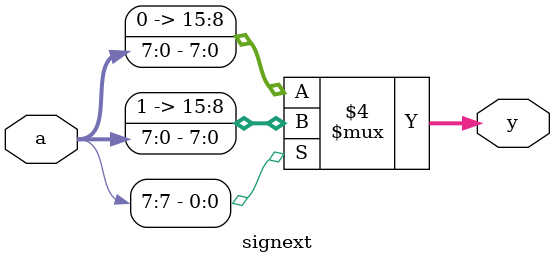
<source format=v>
module signext #(parameter SIZE = 8)(input [SIZE-1:0] a,
				 output reg [15:0] y);
				  
always @*
	begin
		if(a[SIZE-1] == 1'b0)
		y = {{16-SIZE{1'b0}},a};
		else
		y = {{16-SIZE{1'b1}},a};
	end
endmodule
</source>
